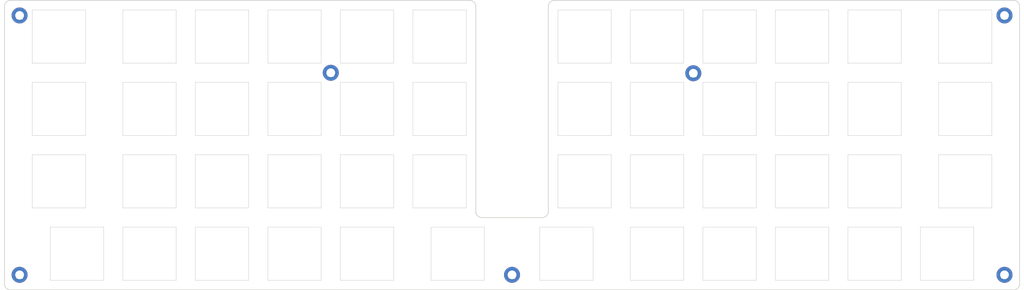
<source format=kicad_pcb>
(kicad_pcb (version 20171130) (host pcbnew "(5.1.4-0-10_14)")

  (general
    (thickness 1.6)
    (drawings 16)
    (tracks 0)
    (zones 0)
    (modules 55)
    (nets 1)
  )

  (page A4)
  (title_block
    (title "Corne Light")
    (date 2018-12-26)
    (rev 2.1)
    (company foostan)
  )

  (layers
    (0 F.Cu signal)
    (31 B.Cu signal)
    (32 B.Adhes user)
    (33 F.Adhes user)
    (34 B.Paste user)
    (35 F.Paste user)
    (36 B.SilkS user)
    (37 F.SilkS user)
    (38 B.Mask user)
    (39 F.Mask user)
    (40 Dwgs.User user)
    (41 Cmts.User user)
    (42 Eco1.User user)
    (43 Eco2.User user)
    (44 Edge.Cuts user)
    (45 Margin user)
    (46 B.CrtYd user)
    (47 F.CrtYd user)
    (48 B.Fab user)
    (49 F.Fab user)
  )

  (setup
    (last_trace_width 0.254)
    (user_trace_width 0.2032)
    (user_trace_width 0.254)
    (user_trace_width 0.5)
    (user_trace_width 0.508)
    (trace_clearance 0.2)
    (zone_clearance 0.508)
    (zone_45_only no)
    (trace_min 0.2)
    (via_size 0.6)
    (via_drill 0.4)
    (via_min_size 0.4)
    (via_min_drill 0.3)
    (uvia_size 0.3)
    (uvia_drill 0.1)
    (uvias_allowed no)
    (uvia_min_size 0.2)
    (uvia_min_drill 0.1)
    (edge_width 0.2)
    (segment_width 0.15)
    (pcb_text_width 0.3)
    (pcb_text_size 1.5 1.5)
    (mod_edge_width 0.15)
    (mod_text_size 1 1)
    (mod_text_width 0.15)
    (pad_size 0.8128 0.8128)
    (pad_drill 0.8128)
    (pad_to_mask_clearance 0.2)
    (aux_axis_origin 74.8395 91.6855)
    (grid_origin 22.1875 45.92)
    (visible_elements FFFFEF7F)
    (pcbplotparams
      (layerselection 0x010f0_ffffffff)
      (usegerberextensions true)
      (usegerberattributes false)
      (usegerberadvancedattributes false)
      (creategerberjobfile false)
      (excludeedgelayer true)
      (linewidth 0.100000)
      (plotframeref false)
      (viasonmask false)
      (mode 1)
      (useauxorigin false)
      (hpglpennumber 1)
      (hpglpenspeed 20)
      (hpglpendiameter 15.000000)
      (psnegative false)
      (psa4output false)
      (plotreference true)
      (plotvalue true)
      (plotinvisibletext false)
      (padsonsilk false)
      (subtractmaskfromsilk false)
      (outputformat 1)
      (mirror false)
      (drillshape 0)
      (scaleselection 1)
      (outputdirectory "./garber"))
  )

  (net 0 "")

  (net_class Default "これは標準のネット クラスです。"
    (clearance 0.2)
    (trace_width 0.254)
    (via_dia 0.6)
    (via_drill 0.4)
    (uvia_dia 0.3)
    (uvia_drill 0.1)
  )

  (net_class Power ""
    (clearance 0.2)
    (trace_width 0.381)
    (via_dia 0.6)
    (via_drill 0.4)
    (uvia_dia 0.3)
    (uvia_drill 0.1)
  )

  (module kbd:M2_Hole_TH (layer F.Cu) (tedit 5F7666C1) (tstamp 5F8F2D48)
    (at 265.86875 108.62625)
    (path /5F9F7E85)
    (fp_text reference H7 (at 0 0.5) (layer F.SilkS)
      (effects (font (size 1 1) (thickness 0.15)))
    )
    (fp_text value MountingHole (at 0 -0.5) (layer F.Fab)
      (effects (font (size 1 1) (thickness 0.15)))
    )
    (pad "" thru_hole circle (at 0 0) (size 4.2 4.2) (drill 2.3) (layers *.Cu *.Mask))
  )

  (module kbd:M2_Hole_TH (layer F.Cu) (tedit 5F7666C1) (tstamp 5F8F03D4)
    (at 136.4875 108.62625)
    (path /5F9F7A94)
    (fp_text reference H6 (at 0 0.5) (layer F.SilkS)
      (effects (font (size 1 1) (thickness 0.15)))
    )
    (fp_text value MountingHole (at 0 -0.5) (layer F.Fab)
      (effects (font (size 1 1) (thickness 0.15)))
    )
    (pad "" thru_hole circle (at 0 0) (size 4.2 4.2) (drill 2.3) (layers *.Cu *.Mask))
  )

  (module kbd:M2_Hole_TH (layer F.Cu) (tedit 5F7666C1) (tstamp 5F8F2D83)
    (at 7.10625 108.62625)
    (path /5F9F7780)
    (fp_text reference H5 (at 0 0.5) (layer F.SilkS)
      (effects (font (size 1 1) (thickness 0.15)))
    )
    (fp_text value MountingHole (at 0 -0.5) (layer F.Fab)
      (effects (font (size 1 1) (thickness 0.15)))
    )
    (pad "" thru_hole circle (at 0 0) (size 4.2 4.2) (drill 2.3) (layers *.Cu *.Mask))
  )

  (module kbd:M2_Hole_TH (layer F.Cu) (tedit 5F7666C1) (tstamp 5F8F03CA)
    (at 265.86875 40.36375)
    (path /5F9F748E)
    (fp_text reference H4 (at 0 0.5) (layer F.SilkS)
      (effects (font (size 1 1) (thickness 0.15)))
    )
    (fp_text value MountingHole (at 0 -0.5) (layer F.Fab)
      (effects (font (size 1 1) (thickness 0.15)))
    )
    (pad "" thru_hole circle (at 0 0) (size 4.2 4.2) (drill 2.3) (layers *.Cu *.Mask))
  )

  (module kbd:M2_Hole_TH (layer F.Cu) (tedit 5F7666C1) (tstamp 5F8F03C5)
    (at 184.1125 55.572)
    (path /5F9F6FAF)
    (fp_text reference H3 (at 0 0.5) (layer F.SilkS)
      (effects (font (size 1 1) (thickness 0.15)))
    )
    (fp_text value MountingHole (at 0 -0.5) (layer F.Fab)
      (effects (font (size 1 1) (thickness 0.15)))
    )
    (pad "" thru_hole circle (at 0 0) (size 4.2 4.2) (drill 2.3) (layers *.Cu *.Mask))
  )

  (module kbd:M2_Hole_TH (layer F.Cu) (tedit 5F7666C1) (tstamp 5F8F03C0)
    (at 88.8625 55.445)
    (path /5F9F666E)
    (fp_text reference H2 (at 0 0.5) (layer F.SilkS)
      (effects (font (size 1 1) (thickness 0.15)))
    )
    (fp_text value MountingHole (at 0 -0.5) (layer F.Fab)
      (effects (font (size 1 1) (thickness 0.15)))
    )
    (pad "" thru_hole circle (at 0 0) (size 4.2 4.2) (drill 2.3) (layers *.Cu *.Mask))
  )

  (module kbd:M2_Hole_TH (layer F.Cu) (tedit 5F7666C1) (tstamp 5F8F03BB)
    (at 7.10625 40.36375)
    (path /5F9F625E)
    (fp_text reference H1 (at 0 0.5) (layer F.SilkS)
      (effects (font (size 1 1) (thickness 0.15)))
    )
    (fp_text value MountingHole (at 0 -0.5) (layer F.Fab)
      (effects (font (size 1 1) (thickness 0.15)))
    )
    (pad "" thru_hole circle (at 0 0) (size 4.2 4.2) (drill 2.3) (layers *.Cu *.Mask))
  )

  (module kbd:SW_Hole (layer F.Cu) (tedit 5F1B7F65) (tstamp 5DC796E7)
    (at 250.7875 103.07)
    (path /5C25F941)
    (fp_text reference SW48 (at 7 8.1) (layer F.SilkS) hide
      (effects (font (size 1 1) (thickness 0.15)))
    )
    (fp_text value SW_PUSH (at -7.4 -8.1) (layer F.Fab) hide
      (effects (font (size 1 1) (thickness 0.15)))
    )
    (fp_line (start 7 -7) (end -7 -7) (layer Edge.Cuts) (width 0.12))
    (fp_line (start 7 7) (end 7 -7) (layer Edge.Cuts) (width 0.12))
    (fp_line (start -7 7) (end 7 7) (layer Edge.Cuts) (width 0.12))
    (fp_line (start -7 -7) (end -7 7) (layer Edge.Cuts) (width 0.12))
    (fp_line (start 9.525 -9.525) (end -9.525 -9.525) (layer F.Fab) (width 0.15))
    (fp_line (start -9.525 -9.525) (end -9.525 9.525) (layer F.Fab) (width 0.15))
    (fp_line (start -9.525 9.525) (end 9.525 9.525) (layer F.Fab) (width 0.15))
    (fp_line (start 9.525 9.525) (end 9.525 -9.525) (layer F.Fab) (width 0.15))
  )

  (module kbd:SW_Hole (layer F.Cu) (tedit 5F1B7F65) (tstamp 5C280558)
    (at 231.7375 103.07)
    (path /5C25F935)
    (fp_text reference SW47 (at 7 8.1) (layer F.SilkS) hide
      (effects (font (size 1 1) (thickness 0.15)))
    )
    (fp_text value SW_PUSH (at -7.4 -8.1) (layer F.Fab) hide
      (effects (font (size 1 1) (thickness 0.15)))
    )
    (fp_line (start 7 -7) (end -7 -7) (layer Edge.Cuts) (width 0.12))
    (fp_line (start 7 7) (end 7 -7) (layer Edge.Cuts) (width 0.12))
    (fp_line (start -7 7) (end 7 7) (layer Edge.Cuts) (width 0.12))
    (fp_line (start -7 -7) (end -7 7) (layer Edge.Cuts) (width 0.12))
    (fp_line (start 9.525 -9.525) (end -9.525 -9.525) (layer F.Fab) (width 0.15))
    (fp_line (start -9.525 -9.525) (end -9.525 9.525) (layer F.Fab) (width 0.15))
    (fp_line (start -9.525 9.525) (end 9.525 9.525) (layer F.Fab) (width 0.15))
    (fp_line (start 9.525 9.525) (end 9.525 -9.525) (layer F.Fab) (width 0.15))
  )

  (module kbd:SW_Hole (layer F.Cu) (tedit 5F1B7F65) (tstamp 5C280542)
    (at 212.6875 103.07)
    (path /5C25F94D)
    (fp_text reference SW46 (at 7 8.1) (layer F.SilkS) hide
      (effects (font (size 1 1) (thickness 0.15)))
    )
    (fp_text value SW_PUSH (at -7.4 -8.1) (layer F.Fab) hide
      (effects (font (size 1 1) (thickness 0.15)))
    )
    (fp_line (start 7 -7) (end -7 -7) (layer Edge.Cuts) (width 0.12))
    (fp_line (start 7 7) (end 7 -7) (layer Edge.Cuts) (width 0.12))
    (fp_line (start -7 7) (end 7 7) (layer Edge.Cuts) (width 0.12))
    (fp_line (start -7 -7) (end -7 7) (layer Edge.Cuts) (width 0.12))
    (fp_line (start 9.525 -9.525) (end -9.525 -9.525) (layer F.Fab) (width 0.15))
    (fp_line (start -9.525 -9.525) (end -9.525 9.525) (layer F.Fab) (width 0.15))
    (fp_line (start -9.525 9.525) (end 9.525 9.525) (layer F.Fab) (width 0.15))
    (fp_line (start 9.525 9.525) (end 9.525 -9.525) (layer F.Fab) (width 0.15))
  )

  (module kbd:SW_Hole (layer F.Cu) (tedit 5F1B7F65) (tstamp 5F8CE1D9)
    (at 193.6375 103.07)
    (path /5F8CEAB4)
    (fp_text reference SW45 (at 7 8.1) (layer F.SilkS) hide
      (effects (font (size 1 1) (thickness 0.15)))
    )
    (fp_text value SW_PUSH (at -7.4 -8.1) (layer F.Fab) hide
      (effects (font (size 1 1) (thickness 0.15)))
    )
    (fp_line (start 7 -7) (end -7 -7) (layer Edge.Cuts) (width 0.12))
    (fp_line (start 7 7) (end 7 -7) (layer Edge.Cuts) (width 0.12))
    (fp_line (start -7 7) (end 7 7) (layer Edge.Cuts) (width 0.12))
    (fp_line (start -7 -7) (end -7 7) (layer Edge.Cuts) (width 0.12))
    (fp_line (start 9.525 -9.525) (end -9.525 -9.525) (layer F.Fab) (width 0.15))
    (fp_line (start -9.525 -9.525) (end -9.525 9.525) (layer F.Fab) (width 0.15))
    (fp_line (start -9.525 9.525) (end 9.525 9.525) (layer F.Fab) (width 0.15))
    (fp_line (start 9.525 9.525) (end 9.525 -9.525) (layer F.Fab) (width 0.15))
  )

  (module kbd:SW_Hole (layer F.Cu) (tedit 5F1B7F65) (tstamp 5F8CE16C)
    (at 174.5875 103.07)
    (path /5F8CF160)
    (fp_text reference SW44 (at 7 8.1) (layer F.SilkS) hide
      (effects (font (size 1 1) (thickness 0.15)))
    )
    (fp_text value SW_PUSH (at -7.4 -8.1) (layer F.Fab) hide
      (effects (font (size 1 1) (thickness 0.15)))
    )
    (fp_line (start 7 -7) (end -7 -7) (layer Edge.Cuts) (width 0.12))
    (fp_line (start 7 7) (end 7 -7) (layer Edge.Cuts) (width 0.12))
    (fp_line (start -7 7) (end 7 7) (layer Edge.Cuts) (width 0.12))
    (fp_line (start -7 -7) (end -7 7) (layer Edge.Cuts) (width 0.12))
    (fp_line (start 9.525 -9.525) (end -9.525 -9.525) (layer F.Fab) (width 0.15))
    (fp_line (start -9.525 -9.525) (end -9.525 9.525) (layer F.Fab) (width 0.15))
    (fp_line (start -9.525 9.525) (end 9.525 9.525) (layer F.Fab) (width 0.15))
    (fp_line (start 9.525 9.525) (end 9.525 -9.525) (layer F.Fab) (width 0.15))
  )

  (module kbd:SW_Hole (layer F.Cu) (tedit 5F1B7F65) (tstamp 5F8CE0FF)
    (at 150.775 103.07)
    (path /5F8CF55A)
    (fp_text reference SW43 (at 7 8.1) (layer F.SilkS) hide
      (effects (font (size 1 1) (thickness 0.15)))
    )
    (fp_text value SW_PUSH (at -7.4 -8.1) (layer F.Fab) hide
      (effects (font (size 1 1) (thickness 0.15)))
    )
    (fp_line (start 7 -7) (end -7 -7) (layer Edge.Cuts) (width 0.12))
    (fp_line (start 7 7) (end 7 -7) (layer Edge.Cuts) (width 0.12))
    (fp_line (start -7 7) (end 7 7) (layer Edge.Cuts) (width 0.12))
    (fp_line (start -7 -7) (end -7 7) (layer Edge.Cuts) (width 0.12))
    (fp_line (start 9.525 -9.525) (end -9.525 -9.525) (layer F.Fab) (width 0.15))
    (fp_line (start -9.525 -9.525) (end -9.525 9.525) (layer F.Fab) (width 0.15))
    (fp_line (start -9.525 9.525) (end 9.525 9.525) (layer F.Fab) (width 0.15))
    (fp_line (start 9.525 9.525) (end 9.525 -9.525) (layer F.Fab) (width 0.15))
  )

  (module kbd:SW_Hole (layer F.Cu) (tedit 5F1B7F65) (tstamp 5DC6ACFA)
    (at 122.2 103.07)
    (path /5A5E37B0)
    (fp_text reference SW42 (at 7 8.1) (layer F.SilkS) hide
      (effects (font (size 1 1) (thickness 0.15)))
    )
    (fp_text value SW_PUSH (at -7.4 -8.1) (layer F.Fab) hide
      (effects (font (size 1 1) (thickness 0.15)))
    )
    (fp_line (start 7 -7) (end -7 -7) (layer Edge.Cuts) (width 0.12))
    (fp_line (start 7 7) (end 7 -7) (layer Edge.Cuts) (width 0.12))
    (fp_line (start -7 7) (end 7 7) (layer Edge.Cuts) (width 0.12))
    (fp_line (start -7 -7) (end -7 7) (layer Edge.Cuts) (width 0.12))
    (fp_line (start 9.525 -9.525) (end -9.525 -9.525) (layer F.Fab) (width 0.15))
    (fp_line (start -9.525 -9.525) (end -9.525 9.525) (layer F.Fab) (width 0.15))
    (fp_line (start -9.525 9.525) (end 9.525 9.525) (layer F.Fab) (width 0.15))
    (fp_line (start 9.525 9.525) (end 9.525 -9.525) (layer F.Fab) (width 0.15))
  )

  (module kbd:SW_Hole (layer F.Cu) (tedit 5F1B7F65) (tstamp 5DC6B0B1)
    (at 98.3875 103.07)
    (path /5A5E37A4)
    (fp_text reference SW41 (at 7 8.1) (layer F.SilkS) hide
      (effects (font (size 1 1) (thickness 0.15)))
    )
    (fp_text value SW_PUSH (at -7.4 -8.1) (layer F.Fab) hide
      (effects (font (size 1 1) (thickness 0.15)))
    )
    (fp_line (start 7 -7) (end -7 -7) (layer Edge.Cuts) (width 0.12))
    (fp_line (start 7 7) (end 7 -7) (layer Edge.Cuts) (width 0.12))
    (fp_line (start -7 7) (end 7 7) (layer Edge.Cuts) (width 0.12))
    (fp_line (start -7 -7) (end -7 7) (layer Edge.Cuts) (width 0.12))
    (fp_line (start 9.525 -9.525) (end -9.525 -9.525) (layer F.Fab) (width 0.15))
    (fp_line (start -9.525 -9.525) (end -9.525 9.525) (layer F.Fab) (width 0.15))
    (fp_line (start -9.525 9.525) (end 9.525 9.525) (layer F.Fab) (width 0.15))
    (fp_line (start 9.525 9.525) (end 9.525 -9.525) (layer F.Fab) (width 0.15))
  )

  (module kbd:SW_Hole (layer F.Cu) (tedit 5F1B7F65) (tstamp 5DC6B0F3)
    (at 79.3375 103.07)
    (path /5A5E37EC)
    (fp_text reference SW40 (at 7 8.1) (layer F.SilkS) hide
      (effects (font (size 1 1) (thickness 0.15)))
    )
    (fp_text value SW_PUSH (at -7.4 -8.1) (layer F.Fab) hide
      (effects (font (size 1 1) (thickness 0.15)))
    )
    (fp_line (start 7 -7) (end -7 -7) (layer Edge.Cuts) (width 0.12))
    (fp_line (start 7 7) (end 7 -7) (layer Edge.Cuts) (width 0.12))
    (fp_line (start -7 7) (end 7 7) (layer Edge.Cuts) (width 0.12))
    (fp_line (start -7 -7) (end -7 7) (layer Edge.Cuts) (width 0.12))
    (fp_line (start 9.525 -9.525) (end -9.525 -9.525) (layer F.Fab) (width 0.15))
    (fp_line (start -9.525 -9.525) (end -9.525 9.525) (layer F.Fab) (width 0.15))
    (fp_line (start -9.525 9.525) (end 9.525 9.525) (layer F.Fab) (width 0.15))
    (fp_line (start 9.525 9.525) (end 9.525 -9.525) (layer F.Fab) (width 0.15))
  )

  (module kbd:SW_Hole (layer F.Cu) (tedit 5F1B7F65) (tstamp 5F8CE053)
    (at 60.2875 103.07)
    (path /5F8CCBA3)
    (fp_text reference SW39 (at 7 8.1) (layer F.SilkS) hide
      (effects (font (size 1 1) (thickness 0.15)))
    )
    (fp_text value SW_PUSH (at -7.4 -8.1) (layer F.Fab) hide
      (effects (font (size 1 1) (thickness 0.15)))
    )
    (fp_line (start 7 -7) (end -7 -7) (layer Edge.Cuts) (width 0.12))
    (fp_line (start 7 7) (end 7 -7) (layer Edge.Cuts) (width 0.12))
    (fp_line (start -7 7) (end 7 7) (layer Edge.Cuts) (width 0.12))
    (fp_line (start -7 -7) (end -7 7) (layer Edge.Cuts) (width 0.12))
    (fp_line (start 9.525 -9.525) (end -9.525 -9.525) (layer F.Fab) (width 0.15))
    (fp_line (start -9.525 -9.525) (end -9.525 9.525) (layer F.Fab) (width 0.15))
    (fp_line (start -9.525 9.525) (end 9.525 9.525) (layer F.Fab) (width 0.15))
    (fp_line (start 9.525 9.525) (end 9.525 -9.525) (layer F.Fab) (width 0.15))
  )

  (module kbd:SW_Hole (layer F.Cu) (tedit 5F1B7F65) (tstamp 5F8CDFE6)
    (at 41.2375 103.07)
    (path /5F8CD62C)
    (fp_text reference SW38 (at 7 8.1) (layer F.SilkS) hide
      (effects (font (size 1 1) (thickness 0.15)))
    )
    (fp_text value SW_PUSH (at -7.4 -8.1) (layer F.Fab) hide
      (effects (font (size 1 1) (thickness 0.15)))
    )
    (fp_line (start 7 -7) (end -7 -7) (layer Edge.Cuts) (width 0.12))
    (fp_line (start 7 7) (end 7 -7) (layer Edge.Cuts) (width 0.12))
    (fp_line (start -7 7) (end 7 7) (layer Edge.Cuts) (width 0.12))
    (fp_line (start -7 -7) (end -7 7) (layer Edge.Cuts) (width 0.12))
    (fp_line (start 9.525 -9.525) (end -9.525 -9.525) (layer F.Fab) (width 0.15))
    (fp_line (start -9.525 -9.525) (end -9.525 9.525) (layer F.Fab) (width 0.15))
    (fp_line (start -9.525 9.525) (end 9.525 9.525) (layer F.Fab) (width 0.15))
    (fp_line (start 9.525 9.525) (end 9.525 -9.525) (layer F.Fab) (width 0.15))
  )

  (module kbd:SW_Hole (layer F.Cu) (tedit 5F1B7F65) (tstamp 5F8CDF79)
    (at 22.1875 103.07)
    (path /5F8CDD90)
    (fp_text reference SW37 (at 7 8.1) (layer F.SilkS) hide
      (effects (font (size 1 1) (thickness 0.15)))
    )
    (fp_text value SW_PUSH (at -7.4 -8.1) (layer F.Fab) hide
      (effects (font (size 1 1) (thickness 0.15)))
    )
    (fp_line (start 7 -7) (end -7 -7) (layer Edge.Cuts) (width 0.12))
    (fp_line (start 7 7) (end 7 -7) (layer Edge.Cuts) (width 0.12))
    (fp_line (start -7 7) (end 7 7) (layer Edge.Cuts) (width 0.12))
    (fp_line (start -7 -7) (end -7 7) (layer Edge.Cuts) (width 0.12))
    (fp_line (start 9.525 -9.525) (end -9.525 -9.525) (layer F.Fab) (width 0.15))
    (fp_line (start -9.525 -9.525) (end -9.525 9.525) (layer F.Fab) (width 0.15))
    (fp_line (start -9.525 9.525) (end 9.525 9.525) (layer F.Fab) (width 0.15))
    (fp_line (start 9.525 9.525) (end 9.525 -9.525) (layer F.Fab) (width 0.15))
  )

  (module kbd:SW_Hole (layer F.Cu) (tedit 5F1B7F65) (tstamp 5C28061F)
    (at 255.55 84.02)
    (path /5C25F911)
    (fp_text reference SW36 (at 7 8.1) (layer F.SilkS) hide
      (effects (font (size 1 1) (thickness 0.15)))
    )
    (fp_text value SW_PUSH (at -7.4 -8.1) (layer F.Fab) hide
      (effects (font (size 1 1) (thickness 0.15)))
    )
    (fp_line (start 7 -7) (end -7 -7) (layer Edge.Cuts) (width 0.12))
    (fp_line (start 7 7) (end 7 -7) (layer Edge.Cuts) (width 0.12))
    (fp_line (start -7 7) (end 7 7) (layer Edge.Cuts) (width 0.12))
    (fp_line (start -7 -7) (end -7 7) (layer Edge.Cuts) (width 0.12))
    (fp_line (start 9.525 -9.525) (end -9.525 -9.525) (layer F.Fab) (width 0.15))
    (fp_line (start -9.525 -9.525) (end -9.525 9.525) (layer F.Fab) (width 0.15))
    (fp_line (start -9.525 9.525) (end 9.525 9.525) (layer F.Fab) (width 0.15))
    (fp_line (start 9.525 9.525) (end 9.525 -9.525) (layer F.Fab) (width 0.15))
  )

  (module kbd:SW_Hole (layer F.Cu) (tedit 5F1B7F65) (tstamp 5C28052C)
    (at 231.7375 84.02)
    (path /5C25F90B)
    (fp_text reference SW35 (at 7 8.1) (layer F.SilkS) hide
      (effects (font (size 1 1) (thickness 0.15)))
    )
    (fp_text value SW_PUSH (at -7.4 -8.1) (layer F.Fab) hide
      (effects (font (size 1 1) (thickness 0.15)))
    )
    (fp_line (start 7 -7) (end -7 -7) (layer Edge.Cuts) (width 0.12))
    (fp_line (start 7 7) (end 7 -7) (layer Edge.Cuts) (width 0.12))
    (fp_line (start -7 7) (end 7 7) (layer Edge.Cuts) (width 0.12))
    (fp_line (start -7 -7) (end -7 7) (layer Edge.Cuts) (width 0.12))
    (fp_line (start 9.525 -9.525) (end -9.525 -9.525) (layer F.Fab) (width 0.15))
    (fp_line (start -9.525 -9.525) (end -9.525 9.525) (layer F.Fab) (width 0.15))
    (fp_line (start -9.525 9.525) (end 9.525 9.525) (layer F.Fab) (width 0.15))
    (fp_line (start 9.525 9.525) (end 9.525 -9.525) (layer F.Fab) (width 0.15))
  )

  (module kbd:SW_Hole (layer F.Cu) (tedit 5F1B7F65) (tstamp 5C280516)
    (at 212.6875 84.02)
    (path /5C25F905)
    (fp_text reference SW34 (at 7 8.1) (layer F.SilkS) hide
      (effects (font (size 1 1) (thickness 0.15)))
    )
    (fp_text value SW_PUSH (at -7.4 -8.1) (layer F.Fab) hide
      (effects (font (size 1 1) (thickness 0.15)))
    )
    (fp_line (start 7 -7) (end -7 -7) (layer Edge.Cuts) (width 0.12))
    (fp_line (start 7 7) (end 7 -7) (layer Edge.Cuts) (width 0.12))
    (fp_line (start -7 7) (end 7 7) (layer Edge.Cuts) (width 0.12))
    (fp_line (start -7 -7) (end -7 7) (layer Edge.Cuts) (width 0.12))
    (fp_line (start 9.525 -9.525) (end -9.525 -9.525) (layer F.Fab) (width 0.15))
    (fp_line (start -9.525 -9.525) (end -9.525 9.525) (layer F.Fab) (width 0.15))
    (fp_line (start -9.525 9.525) (end 9.525 9.525) (layer F.Fab) (width 0.15))
    (fp_line (start 9.525 9.525) (end 9.525 -9.525) (layer F.Fab) (width 0.15))
  )

  (module kbd:SW_Hole (layer F.Cu) (tedit 5F1B7F65) (tstamp 5C280500)
    (at 193.6375 84.02)
    (path /5C25F8F9)
    (fp_text reference SW33 (at 7 8.1) (layer F.SilkS) hide
      (effects (font (size 1 1) (thickness 0.15)))
    )
    (fp_text value SW_PUSH (at -7.4 -8.1) (layer F.Fab) hide
      (effects (font (size 1 1) (thickness 0.15)))
    )
    (fp_line (start 7 -7) (end -7 -7) (layer Edge.Cuts) (width 0.12))
    (fp_line (start 7 7) (end 7 -7) (layer Edge.Cuts) (width 0.12))
    (fp_line (start -7 7) (end 7 7) (layer Edge.Cuts) (width 0.12))
    (fp_line (start -7 -7) (end -7 7) (layer Edge.Cuts) (width 0.12))
    (fp_line (start 9.525 -9.525) (end -9.525 -9.525) (layer F.Fab) (width 0.15))
    (fp_line (start -9.525 -9.525) (end -9.525 9.525) (layer F.Fab) (width 0.15))
    (fp_line (start -9.525 9.525) (end 9.525 9.525) (layer F.Fab) (width 0.15))
    (fp_line (start 9.525 9.525) (end 9.525 -9.525) (layer F.Fab) (width 0.15))
  )

  (module kbd:SW_Hole (layer F.Cu) (tedit 5F1B7F65) (tstamp 5C2804EA)
    (at 174.5875 84.02)
    (path /5C25F8ED)
    (fp_text reference SW32 (at 7 8.1) (layer F.SilkS) hide
      (effects (font (size 1 1) (thickness 0.15)))
    )
    (fp_text value SW_PUSH (at -7.4 -8.1) (layer F.Fab) hide
      (effects (font (size 1 1) (thickness 0.15)))
    )
    (fp_line (start 7 -7) (end -7 -7) (layer Edge.Cuts) (width 0.12))
    (fp_line (start 7 7) (end 7 -7) (layer Edge.Cuts) (width 0.12))
    (fp_line (start -7 7) (end 7 7) (layer Edge.Cuts) (width 0.12))
    (fp_line (start -7 -7) (end -7 7) (layer Edge.Cuts) (width 0.12))
    (fp_line (start 9.525 -9.525) (end -9.525 -9.525) (layer F.Fab) (width 0.15))
    (fp_line (start -9.525 -9.525) (end -9.525 9.525) (layer F.Fab) (width 0.15))
    (fp_line (start -9.525 9.525) (end 9.525 9.525) (layer F.Fab) (width 0.15))
    (fp_line (start 9.525 9.525) (end 9.525 -9.525) (layer F.Fab) (width 0.15))
  )

  (module kbd:SW_Hole (layer F.Cu) (tedit 5F1B7F65) (tstamp 5C2804D4)
    (at 155.5375 84.02)
    (path /5C25F929)
    (fp_text reference SW31 (at 7 8.1) (layer F.SilkS) hide
      (effects (font (size 1 1) (thickness 0.15)))
    )
    (fp_text value SW_PUSH (at -7.4 -8.1) (layer F.Fab) hide
      (effects (font (size 1 1) (thickness 0.15)))
    )
    (fp_line (start 7 -7) (end -7 -7) (layer Edge.Cuts) (width 0.12))
    (fp_line (start 7 7) (end 7 -7) (layer Edge.Cuts) (width 0.12))
    (fp_line (start -7 7) (end 7 7) (layer Edge.Cuts) (width 0.12))
    (fp_line (start -7 -7) (end -7 7) (layer Edge.Cuts) (width 0.12))
    (fp_line (start 9.525 -9.525) (end -9.525 -9.525) (layer F.Fab) (width 0.15))
    (fp_line (start -9.525 -9.525) (end -9.525 9.525) (layer F.Fab) (width 0.15))
    (fp_line (start -9.525 9.525) (end 9.525 9.525) (layer F.Fab) (width 0.15))
    (fp_line (start 9.525 9.525) (end 9.525 -9.525) (layer F.Fab) (width 0.15))
  )

  (module kbd:SW_Hole (layer F.Cu) (tedit 5F1B7F65) (tstamp 5DC6ACB8)
    (at 117.4375 84.02)
    (path /5A5E35D5)
    (fp_text reference SW30 (at 7 8.1) (layer F.SilkS) hide
      (effects (font (size 1 1) (thickness 0.15)))
    )
    (fp_text value SW_PUSH (at -7.4 -8.1) (layer F.Fab) hide
      (effects (font (size 1 1) (thickness 0.15)))
    )
    (fp_line (start 7 -7) (end -7 -7) (layer Edge.Cuts) (width 0.12))
    (fp_line (start 7 7) (end 7 -7) (layer Edge.Cuts) (width 0.12))
    (fp_line (start -7 7) (end 7 7) (layer Edge.Cuts) (width 0.12))
    (fp_line (start -7 -7) (end -7 7) (layer Edge.Cuts) (width 0.12))
    (fp_line (start 9.525 -9.525) (end -9.525 -9.525) (layer F.Fab) (width 0.15))
    (fp_line (start -9.525 -9.525) (end -9.525 9.525) (layer F.Fab) (width 0.15))
    (fp_line (start -9.525 9.525) (end 9.525 9.525) (layer F.Fab) (width 0.15))
    (fp_line (start 9.525 9.525) (end 9.525 -9.525) (layer F.Fab) (width 0.15))
  )

  (module kbd:SW_Hole (layer F.Cu) (tedit 5F1B7F65) (tstamp 5DC6B135)
    (at 98.3875 84.02)
    (path /5A5E35CF)
    (fp_text reference SW29 (at 7 8.1) (layer F.SilkS) hide
      (effects (font (size 1 1) (thickness 0.15)))
    )
    (fp_text value SW_PUSH (at -7.4 -8.1) (layer F.Fab) hide
      (effects (font (size 1 1) (thickness 0.15)))
    )
    (fp_line (start 7 -7) (end -7 -7) (layer Edge.Cuts) (width 0.12))
    (fp_line (start 7 7) (end 7 -7) (layer Edge.Cuts) (width 0.12))
    (fp_line (start -7 7) (end 7 7) (layer Edge.Cuts) (width 0.12))
    (fp_line (start -7 -7) (end -7 7) (layer Edge.Cuts) (width 0.12))
    (fp_line (start 9.525 -9.525) (end -9.525 -9.525) (layer F.Fab) (width 0.15))
    (fp_line (start -9.525 -9.525) (end -9.525 9.525) (layer F.Fab) (width 0.15))
    (fp_line (start -9.525 9.525) (end 9.525 9.525) (layer F.Fab) (width 0.15))
    (fp_line (start 9.525 9.525) (end 9.525 -9.525) (layer F.Fab) (width 0.15))
  )

  (module kbd:SW_Hole (layer F.Cu) (tedit 5F1B7F65) (tstamp 5DC6B177)
    (at 79.3375 84.02)
    (path /5A5E35C9)
    (fp_text reference SW28 (at 7 8.1) (layer F.SilkS) hide
      (effects (font (size 1 1) (thickness 0.15)))
    )
    (fp_text value SW_PUSH (at -7.4 -8.1) (layer F.Fab) hide
      (effects (font (size 1 1) (thickness 0.15)))
    )
    (fp_line (start 7 -7) (end -7 -7) (layer Edge.Cuts) (width 0.12))
    (fp_line (start 7 7) (end 7 -7) (layer Edge.Cuts) (width 0.12))
    (fp_line (start -7 7) (end 7 7) (layer Edge.Cuts) (width 0.12))
    (fp_line (start -7 -7) (end -7 7) (layer Edge.Cuts) (width 0.12))
    (fp_line (start 9.525 -9.525) (end -9.525 -9.525) (layer F.Fab) (width 0.15))
    (fp_line (start -9.525 -9.525) (end -9.525 9.525) (layer F.Fab) (width 0.15))
    (fp_line (start -9.525 9.525) (end 9.525 9.525) (layer F.Fab) (width 0.15))
    (fp_line (start 9.525 9.525) (end 9.525 -9.525) (layer F.Fab) (width 0.15))
  )

  (module kbd:SW_Hole (layer F.Cu) (tedit 5F1B7F65) (tstamp 5DC6B1B9)
    (at 60.2875 84.02)
    (path /5A5E35BD)
    (fp_text reference SW27 (at 7 8.1) (layer F.SilkS) hide
      (effects (font (size 1 1) (thickness 0.15)))
    )
    (fp_text value SW_PUSH (at -7.4 -8.1) (layer F.Fab) hide
      (effects (font (size 1 1) (thickness 0.15)))
    )
    (fp_line (start 7 -7) (end -7 -7) (layer Edge.Cuts) (width 0.12))
    (fp_line (start 7 7) (end 7 -7) (layer Edge.Cuts) (width 0.12))
    (fp_line (start -7 7) (end 7 7) (layer Edge.Cuts) (width 0.12))
    (fp_line (start -7 -7) (end -7 7) (layer Edge.Cuts) (width 0.12))
    (fp_line (start 9.525 -9.525) (end -9.525 -9.525) (layer F.Fab) (width 0.15))
    (fp_line (start -9.525 -9.525) (end -9.525 9.525) (layer F.Fab) (width 0.15))
    (fp_line (start -9.525 9.525) (end 9.525 9.525) (layer F.Fab) (width 0.15))
    (fp_line (start 9.525 9.525) (end 9.525 -9.525) (layer F.Fab) (width 0.15))
  )

  (module kbd:SW_Hole (layer F.Cu) (tedit 5F1B7F65) (tstamp 5DC6B1FB)
    (at 41.2375 84.02)
    (path /5A5E35B1)
    (fp_text reference SW26 (at 7 8.1) (layer F.SilkS) hide
      (effects (font (size 1 1) (thickness 0.15)))
    )
    (fp_text value SW_PUSH (at -7.4 -8.1) (layer F.Fab) hide
      (effects (font (size 1 1) (thickness 0.15)))
    )
    (fp_line (start 7 -7) (end -7 -7) (layer Edge.Cuts) (width 0.12))
    (fp_line (start 7 7) (end 7 -7) (layer Edge.Cuts) (width 0.12))
    (fp_line (start -7 7) (end 7 7) (layer Edge.Cuts) (width 0.12))
    (fp_line (start -7 -7) (end -7 7) (layer Edge.Cuts) (width 0.12))
    (fp_line (start 9.525 -9.525) (end -9.525 -9.525) (layer F.Fab) (width 0.15))
    (fp_line (start -9.525 -9.525) (end -9.525 9.525) (layer F.Fab) (width 0.15))
    (fp_line (start -9.525 9.525) (end 9.525 9.525) (layer F.Fab) (width 0.15))
    (fp_line (start 9.525 9.525) (end 9.525 -9.525) (layer F.Fab) (width 0.15))
  )

  (module kbd:SW_Hole (layer F.Cu) (tedit 5F1B7F65) (tstamp 5DC6B06F)
    (at 17.425 84.02)
    (path /5A5E35F9)
    (fp_text reference SW25 (at 7 8.1) (layer F.SilkS) hide
      (effects (font (size 1 1) (thickness 0.15)))
    )
    (fp_text value SW_PUSH (at -7.4 -8.1) (layer F.Fab) hide
      (effects (font (size 1 1) (thickness 0.15)))
    )
    (fp_line (start 7 -7) (end -7 -7) (layer Edge.Cuts) (width 0.12))
    (fp_line (start 7 7) (end 7 -7) (layer Edge.Cuts) (width 0.12))
    (fp_line (start -7 7) (end 7 7) (layer Edge.Cuts) (width 0.12))
    (fp_line (start -7 -7) (end -7 7) (layer Edge.Cuts) (width 0.12))
    (fp_line (start 9.525 -9.525) (end -9.525 -9.525) (layer F.Fab) (width 0.15))
    (fp_line (start -9.525 -9.525) (end -9.525 9.525) (layer F.Fab) (width 0.15))
    (fp_line (start -9.525 9.525) (end 9.525 9.525) (layer F.Fab) (width 0.15))
    (fp_line (start 9.525 9.525) (end 9.525 -9.525) (layer F.Fab) (width 0.15))
  )

  (module kbd:SW_Hole (layer F.Cu) (tedit 5F1B7F65) (tstamp 5C2804BE)
    (at 255.55 64.97)
    (path /5C25F8C9)
    (fp_text reference SW24 (at 7 8.1) (layer F.SilkS) hide
      (effects (font (size 1 1) (thickness 0.15)))
    )
    (fp_text value SW_PUSH (at -7.4 -8.1) (layer F.Fab) hide
      (effects (font (size 1 1) (thickness 0.15)))
    )
    (fp_line (start 7 -7) (end -7 -7) (layer Edge.Cuts) (width 0.12))
    (fp_line (start 7 7) (end 7 -7) (layer Edge.Cuts) (width 0.12))
    (fp_line (start -7 7) (end 7 7) (layer Edge.Cuts) (width 0.12))
    (fp_line (start -7 -7) (end -7 7) (layer Edge.Cuts) (width 0.12))
    (fp_line (start 9.525 -9.525) (end -9.525 -9.525) (layer F.Fab) (width 0.15))
    (fp_line (start -9.525 -9.525) (end -9.525 9.525) (layer F.Fab) (width 0.15))
    (fp_line (start -9.525 9.525) (end 9.525 9.525) (layer F.Fab) (width 0.15))
    (fp_line (start 9.525 9.525) (end 9.525 -9.525) (layer F.Fab) (width 0.15))
  )

  (module kbd:SW_Hole (layer F.Cu) (tedit 5F1B7F65) (tstamp 5C2804A8)
    (at 231.7375 64.97)
    (path /5C25F8C3)
    (fp_text reference SW23 (at 7 8.1) (layer F.SilkS) hide
      (effects (font (size 1 1) (thickness 0.15)))
    )
    (fp_text value SW_PUSH (at -7.4 -8.1) (layer F.Fab) hide
      (effects (font (size 1 1) (thickness 0.15)))
    )
    (fp_line (start 7 -7) (end -7 -7) (layer Edge.Cuts) (width 0.12))
    (fp_line (start 7 7) (end 7 -7) (layer Edge.Cuts) (width 0.12))
    (fp_line (start -7 7) (end 7 7) (layer Edge.Cuts) (width 0.12))
    (fp_line (start -7 -7) (end -7 7) (layer Edge.Cuts) (width 0.12))
    (fp_line (start 9.525 -9.525) (end -9.525 -9.525) (layer F.Fab) (width 0.15))
    (fp_line (start -9.525 -9.525) (end -9.525 9.525) (layer F.Fab) (width 0.15))
    (fp_line (start -9.525 9.525) (end 9.525 9.525) (layer F.Fab) (width 0.15))
    (fp_line (start 9.525 9.525) (end 9.525 -9.525) (layer F.Fab) (width 0.15))
  )

  (module kbd:SW_Hole (layer F.Cu) (tedit 5F1B7F65) (tstamp 5C280492)
    (at 212.6875 64.97)
    (path /5C25F8BD)
    (fp_text reference SW22 (at 7 8.1) (layer F.SilkS) hide
      (effects (font (size 1 1) (thickness 0.15)))
    )
    (fp_text value SW_PUSH (at -7.4 -8.1) (layer F.Fab) hide
      (effects (font (size 1 1) (thickness 0.15)))
    )
    (fp_line (start 7 -7) (end -7 -7) (layer Edge.Cuts) (width 0.12))
    (fp_line (start 7 7) (end 7 -7) (layer Edge.Cuts) (width 0.12))
    (fp_line (start -7 7) (end 7 7) (layer Edge.Cuts) (width 0.12))
    (fp_line (start -7 -7) (end -7 7) (layer Edge.Cuts) (width 0.12))
    (fp_line (start 9.525 -9.525) (end -9.525 -9.525) (layer F.Fab) (width 0.15))
    (fp_line (start -9.525 -9.525) (end -9.525 9.525) (layer F.Fab) (width 0.15))
    (fp_line (start -9.525 9.525) (end 9.525 9.525) (layer F.Fab) (width 0.15))
    (fp_line (start 9.525 9.525) (end 9.525 -9.525) (layer F.Fab) (width 0.15))
  )

  (module kbd:SW_Hole (layer F.Cu) (tedit 5F1B7F65) (tstamp 5C28047C)
    (at 193.6375 64.97)
    (path /5C25F8B1)
    (fp_text reference SW21 (at 7 8.1) (layer F.SilkS) hide
      (effects (font (size 1 1) (thickness 0.15)))
    )
    (fp_text value SW_PUSH (at -7.4 -8.1) (layer F.Fab) hide
      (effects (font (size 1 1) (thickness 0.15)))
    )
    (fp_line (start 7 -7) (end -7 -7) (layer Edge.Cuts) (width 0.12))
    (fp_line (start 7 7) (end 7 -7) (layer Edge.Cuts) (width 0.12))
    (fp_line (start -7 7) (end 7 7) (layer Edge.Cuts) (width 0.12))
    (fp_line (start -7 -7) (end -7 7) (layer Edge.Cuts) (width 0.12))
    (fp_line (start 9.525 -9.525) (end -9.525 -9.525) (layer F.Fab) (width 0.15))
    (fp_line (start -9.525 -9.525) (end -9.525 9.525) (layer F.Fab) (width 0.15))
    (fp_line (start -9.525 9.525) (end 9.525 9.525) (layer F.Fab) (width 0.15))
    (fp_line (start 9.525 9.525) (end 9.525 -9.525) (layer F.Fab) (width 0.15))
  )

  (module kbd:SW_Hole (layer F.Cu) (tedit 5F1B7F65) (tstamp 5C280466)
    (at 174.5875 64.97)
    (path /5C25F8A5)
    (fp_text reference SW20 (at 7 8.1) (layer F.SilkS) hide
      (effects (font (size 1 1) (thickness 0.15)))
    )
    (fp_text value SW_PUSH (at -7.4 -8.1) (layer F.Fab) hide
      (effects (font (size 1 1) (thickness 0.15)))
    )
    (fp_line (start 7 -7) (end -7 -7) (layer Edge.Cuts) (width 0.12))
    (fp_line (start 7 7) (end 7 -7) (layer Edge.Cuts) (width 0.12))
    (fp_line (start -7 7) (end 7 7) (layer Edge.Cuts) (width 0.12))
    (fp_line (start -7 -7) (end -7 7) (layer Edge.Cuts) (width 0.12))
    (fp_line (start 9.525 -9.525) (end -9.525 -9.525) (layer F.Fab) (width 0.15))
    (fp_line (start -9.525 -9.525) (end -9.525 9.525) (layer F.Fab) (width 0.15))
    (fp_line (start -9.525 9.525) (end 9.525 9.525) (layer F.Fab) (width 0.15))
    (fp_line (start 9.525 9.525) (end 9.525 -9.525) (layer F.Fab) (width 0.15))
  )

  (module kbd:SW_Hole (layer F.Cu) (tedit 5F1B7F65) (tstamp 5C280450)
    (at 155.5375 64.97)
    (path /5C25F8E1)
    (fp_text reference SW19 (at 7 8.1) (layer F.SilkS) hide
      (effects (font (size 1 1) (thickness 0.15)))
    )
    (fp_text value SW_PUSH (at -7.4 -8.1) (layer F.Fab) hide
      (effects (font (size 1 1) (thickness 0.15)))
    )
    (fp_line (start 7 -7) (end -7 -7) (layer Edge.Cuts) (width 0.12))
    (fp_line (start 7 7) (end 7 -7) (layer Edge.Cuts) (width 0.12))
    (fp_line (start -7 7) (end 7 7) (layer Edge.Cuts) (width 0.12))
    (fp_line (start -7 -7) (end -7 7) (layer Edge.Cuts) (width 0.12))
    (fp_line (start 9.525 -9.525) (end -9.525 -9.525) (layer F.Fab) (width 0.15))
    (fp_line (start -9.525 -9.525) (end -9.525 9.525) (layer F.Fab) (width 0.15))
    (fp_line (start -9.525 9.525) (end 9.525 9.525) (layer F.Fab) (width 0.15))
    (fp_line (start 9.525 9.525) (end 9.525 -9.525) (layer F.Fab) (width 0.15))
  )

  (module kbd:SW_Hole (layer F.Cu) (tedit 5F1B7F65) (tstamp 5DC6B23D)
    (at 117.4375 64.97)
    (path /5A5E2D4A)
    (fp_text reference SW18 (at 7 8.1) (layer F.SilkS) hide
      (effects (font (size 1 1) (thickness 0.15)))
    )
    (fp_text value SW_PUSH (at -7.4 -8.1) (layer F.Fab) hide
      (effects (font (size 1 1) (thickness 0.15)))
    )
    (fp_line (start 7 -7) (end -7 -7) (layer Edge.Cuts) (width 0.12))
    (fp_line (start 7 7) (end 7 -7) (layer Edge.Cuts) (width 0.12))
    (fp_line (start -7 7) (end 7 7) (layer Edge.Cuts) (width 0.12))
    (fp_line (start -7 -7) (end -7 7) (layer Edge.Cuts) (width 0.12))
    (fp_line (start 9.525 -9.525) (end -9.525 -9.525) (layer F.Fab) (width 0.15))
    (fp_line (start -9.525 -9.525) (end -9.525 9.525) (layer F.Fab) (width 0.15))
    (fp_line (start -9.525 9.525) (end 9.525 9.525) (layer F.Fab) (width 0.15))
    (fp_line (start 9.525 9.525) (end 9.525 -9.525) (layer F.Fab) (width 0.15))
  )

  (module kbd:SW_Hole (layer F.Cu) (tedit 5F1B7F65) (tstamp 5DC6B27F)
    (at 98.3875 64.97)
    (path /5A5E2D44)
    (fp_text reference SW17 (at 7 8.1) (layer F.SilkS) hide
      (effects (font (size 1 1) (thickness 0.15)))
    )
    (fp_text value SW_PUSH (at -7.4 -8.1) (layer F.Fab) hide
      (effects (font (size 1 1) (thickness 0.15)))
    )
    (fp_line (start 7 -7) (end -7 -7) (layer Edge.Cuts) (width 0.12))
    (fp_line (start 7 7) (end 7 -7) (layer Edge.Cuts) (width 0.12))
    (fp_line (start -7 7) (end 7 7) (layer Edge.Cuts) (width 0.12))
    (fp_line (start -7 -7) (end -7 7) (layer Edge.Cuts) (width 0.12))
    (fp_line (start 9.525 -9.525) (end -9.525 -9.525) (layer F.Fab) (width 0.15))
    (fp_line (start -9.525 -9.525) (end -9.525 9.525) (layer F.Fab) (width 0.15))
    (fp_line (start -9.525 9.525) (end 9.525 9.525) (layer F.Fab) (width 0.15))
    (fp_line (start 9.525 9.525) (end 9.525 -9.525) (layer F.Fab) (width 0.15))
  )

  (module kbd:SW_Hole (layer F.Cu) (tedit 5F1B7F65) (tstamp 5DC6B2C1)
    (at 79.3375 64.97)
    (path /5A5E2D3E)
    (fp_text reference SW16 (at 7 8.1) (layer F.SilkS) hide
      (effects (font (size 1 1) (thickness 0.15)))
    )
    (fp_text value SW_PUSH (at -7.4 -8.1) (layer F.Fab) hide
      (effects (font (size 1 1) (thickness 0.15)))
    )
    (fp_line (start 7 -7) (end -7 -7) (layer Edge.Cuts) (width 0.12))
    (fp_line (start 7 7) (end 7 -7) (layer Edge.Cuts) (width 0.12))
    (fp_line (start -7 7) (end 7 7) (layer Edge.Cuts) (width 0.12))
    (fp_line (start -7 -7) (end -7 7) (layer Edge.Cuts) (width 0.12))
    (fp_line (start 9.525 -9.525) (end -9.525 -9.525) (layer F.Fab) (width 0.15))
    (fp_line (start -9.525 -9.525) (end -9.525 9.525) (layer F.Fab) (width 0.15))
    (fp_line (start -9.525 9.525) (end 9.525 9.525) (layer F.Fab) (width 0.15))
    (fp_line (start 9.525 9.525) (end 9.525 -9.525) (layer F.Fab) (width 0.15))
  )

  (module kbd:SW_Hole (layer F.Cu) (tedit 5F1B7F65) (tstamp 5DC6B303)
    (at 60.2875 64.97)
    (path /5A5E2D32)
    (fp_text reference SW15 (at 7 8.1) (layer F.SilkS) hide
      (effects (font (size 1 1) (thickness 0.15)))
    )
    (fp_text value SW_PUSH (at -7.4 -8.1) (layer F.Fab) hide
      (effects (font (size 1 1) (thickness 0.15)))
    )
    (fp_line (start 7 -7) (end -7 -7) (layer Edge.Cuts) (width 0.12))
    (fp_line (start 7 7) (end 7 -7) (layer Edge.Cuts) (width 0.12))
    (fp_line (start -7 7) (end 7 7) (layer Edge.Cuts) (width 0.12))
    (fp_line (start -7 -7) (end -7 7) (layer Edge.Cuts) (width 0.12))
    (fp_line (start 9.525 -9.525) (end -9.525 -9.525) (layer F.Fab) (width 0.15))
    (fp_line (start -9.525 -9.525) (end -9.525 9.525) (layer F.Fab) (width 0.15))
    (fp_line (start -9.525 9.525) (end 9.525 9.525) (layer F.Fab) (width 0.15))
    (fp_line (start 9.525 9.525) (end 9.525 -9.525) (layer F.Fab) (width 0.15))
  )

  (module kbd:SW_Hole (layer F.Cu) (tedit 5F1B7F65) (tstamp 5DC6B345)
    (at 41.2375 64.97)
    (path /5A5E2D26)
    (fp_text reference SW14 (at 7 8.1) (layer F.SilkS) hide
      (effects (font (size 1 1) (thickness 0.15)))
    )
    (fp_text value SW_PUSH (at -7.4 -8.1) (layer F.Fab) hide
      (effects (font (size 1 1) (thickness 0.15)))
    )
    (fp_line (start 7 -7) (end -7 -7) (layer Edge.Cuts) (width 0.12))
    (fp_line (start 7 7) (end 7 -7) (layer Edge.Cuts) (width 0.12))
    (fp_line (start -7 7) (end 7 7) (layer Edge.Cuts) (width 0.12))
    (fp_line (start -7 -7) (end -7 7) (layer Edge.Cuts) (width 0.12))
    (fp_line (start 9.525 -9.525) (end -9.525 -9.525) (layer F.Fab) (width 0.15))
    (fp_line (start -9.525 -9.525) (end -9.525 9.525) (layer F.Fab) (width 0.15))
    (fp_line (start -9.525 9.525) (end 9.525 9.525) (layer F.Fab) (width 0.15))
    (fp_line (start 9.525 9.525) (end 9.525 -9.525) (layer F.Fab) (width 0.15))
  )

  (module kbd:SW_Hole (layer F.Cu) (tedit 5F1B7F65) (tstamp 5DC6B387)
    (at 17.425 64.97)
    (path /5A5E2D6E)
    (fp_text reference SW13 (at 7 8.1) (layer F.SilkS) hide
      (effects (font (size 1 1) (thickness 0.15)))
    )
    (fp_text value SW_PUSH (at -7.4 -8.1) (layer F.Fab) hide
      (effects (font (size 1 1) (thickness 0.15)))
    )
    (fp_line (start 7 -7) (end -7 -7) (layer Edge.Cuts) (width 0.12))
    (fp_line (start 7 7) (end 7 -7) (layer Edge.Cuts) (width 0.12))
    (fp_line (start -7 7) (end 7 7) (layer Edge.Cuts) (width 0.12))
    (fp_line (start -7 -7) (end -7 7) (layer Edge.Cuts) (width 0.12))
    (fp_line (start 9.525 -9.525) (end -9.525 -9.525) (layer F.Fab) (width 0.15))
    (fp_line (start -9.525 -9.525) (end -9.525 9.525) (layer F.Fab) (width 0.15))
    (fp_line (start -9.525 9.525) (end 9.525 9.525) (layer F.Fab) (width 0.15))
    (fp_line (start 9.525 9.525) (end 9.525 -9.525) (layer F.Fab) (width 0.15))
  )

  (module kbd:SW_Hole (layer F.Cu) (tedit 5F1B7F65) (tstamp 5C28043A)
    (at 255.55 45.92)
    (path /5C25F881)
    (fp_text reference SW12 (at 7 8.1) (layer F.SilkS) hide
      (effects (font (size 1 1) (thickness 0.15)))
    )
    (fp_text value SW_PUSH (at -7.4 -8.1) (layer F.Fab) hide
      (effects (font (size 1 1) (thickness 0.15)))
    )
    (fp_line (start 7 -7) (end -7 -7) (layer Edge.Cuts) (width 0.12))
    (fp_line (start 7 7) (end 7 -7) (layer Edge.Cuts) (width 0.12))
    (fp_line (start -7 7) (end 7 7) (layer Edge.Cuts) (width 0.12))
    (fp_line (start -7 -7) (end -7 7) (layer Edge.Cuts) (width 0.12))
    (fp_line (start 9.525 -9.525) (end -9.525 -9.525) (layer F.Fab) (width 0.15))
    (fp_line (start -9.525 -9.525) (end -9.525 9.525) (layer F.Fab) (width 0.15))
    (fp_line (start -9.525 9.525) (end 9.525 9.525) (layer F.Fab) (width 0.15))
    (fp_line (start 9.525 9.525) (end 9.525 -9.525) (layer F.Fab) (width 0.15))
  )

  (module kbd:SW_Hole (layer F.Cu) (tedit 5F1B7F65) (tstamp 5C280424)
    (at 231.7375 45.92)
    (path /5C25F87B)
    (fp_text reference SW11 (at 7 8.1) (layer F.SilkS) hide
      (effects (font (size 1 1) (thickness 0.15)))
    )
    (fp_text value SW_PUSH (at -7.4 -8.1) (layer F.Fab) hide
      (effects (font (size 1 1) (thickness 0.15)))
    )
    (fp_line (start 7 -7) (end -7 -7) (layer Edge.Cuts) (width 0.12))
    (fp_line (start 7 7) (end 7 -7) (layer Edge.Cuts) (width 0.12))
    (fp_line (start -7 7) (end 7 7) (layer Edge.Cuts) (width 0.12))
    (fp_line (start -7 -7) (end -7 7) (layer Edge.Cuts) (width 0.12))
    (fp_line (start 9.525 -9.525) (end -9.525 -9.525) (layer F.Fab) (width 0.15))
    (fp_line (start -9.525 -9.525) (end -9.525 9.525) (layer F.Fab) (width 0.15))
    (fp_line (start -9.525 9.525) (end 9.525 9.525) (layer F.Fab) (width 0.15))
    (fp_line (start 9.525 9.525) (end 9.525 -9.525) (layer F.Fab) (width 0.15))
  )

  (module kbd:SW_Hole (layer F.Cu) (tedit 5F1B7F65) (tstamp 5C28040E)
    (at 212.6875 45.92)
    (path /5C25F875)
    (fp_text reference SW10 (at 7 8.1) (layer F.SilkS) hide
      (effects (font (size 1 1) (thickness 0.15)))
    )
    (fp_text value SW_PUSH (at -7.4 -8.1) (layer F.Fab) hide
      (effects (font (size 1 1) (thickness 0.15)))
    )
    (fp_line (start 7 -7) (end -7 -7) (layer Edge.Cuts) (width 0.12))
    (fp_line (start 7 7) (end 7 -7) (layer Edge.Cuts) (width 0.12))
    (fp_line (start -7 7) (end 7 7) (layer Edge.Cuts) (width 0.12))
    (fp_line (start -7 -7) (end -7 7) (layer Edge.Cuts) (width 0.12))
    (fp_line (start 9.525 -9.525) (end -9.525 -9.525) (layer F.Fab) (width 0.15))
    (fp_line (start -9.525 -9.525) (end -9.525 9.525) (layer F.Fab) (width 0.15))
    (fp_line (start -9.525 9.525) (end 9.525 9.525) (layer F.Fab) (width 0.15))
    (fp_line (start 9.525 9.525) (end 9.525 -9.525) (layer F.Fab) (width 0.15))
  )

  (module kbd:SW_Hole (layer F.Cu) (tedit 5F1B7F65) (tstamp 5C2803F8)
    (at 193.6375 45.92)
    (path /5C25F869)
    (fp_text reference SW9 (at 7 8.1) (layer F.SilkS) hide
      (effects (font (size 1 1) (thickness 0.15)))
    )
    (fp_text value SW_PUSH (at -7.4 -8.1) (layer F.Fab) hide
      (effects (font (size 1 1) (thickness 0.15)))
    )
    (fp_line (start 7 -7) (end -7 -7) (layer Edge.Cuts) (width 0.12))
    (fp_line (start 7 7) (end 7 -7) (layer Edge.Cuts) (width 0.12))
    (fp_line (start -7 7) (end 7 7) (layer Edge.Cuts) (width 0.12))
    (fp_line (start -7 -7) (end -7 7) (layer Edge.Cuts) (width 0.12))
    (fp_line (start 9.525 -9.525) (end -9.525 -9.525) (layer F.Fab) (width 0.15))
    (fp_line (start -9.525 -9.525) (end -9.525 9.525) (layer F.Fab) (width 0.15))
    (fp_line (start -9.525 9.525) (end 9.525 9.525) (layer F.Fab) (width 0.15))
    (fp_line (start 9.525 9.525) (end 9.525 -9.525) (layer F.Fab) (width 0.15))
  )

  (module kbd:SW_Hole (layer F.Cu) (tedit 5F1B7F65) (tstamp 5C2803E2)
    (at 174.5875 45.92)
    (path /5C25F85D)
    (fp_text reference SW8 (at 7 8.1) (layer F.SilkS) hide
      (effects (font (size 1 1) (thickness 0.15)))
    )
    (fp_text value SW_PUSH (at -7.4 -8.1) (layer F.Fab) hide
      (effects (font (size 1 1) (thickness 0.15)))
    )
    (fp_line (start 7 -7) (end -7 -7) (layer Edge.Cuts) (width 0.12))
    (fp_line (start 7 7) (end 7 -7) (layer Edge.Cuts) (width 0.12))
    (fp_line (start -7 7) (end 7 7) (layer Edge.Cuts) (width 0.12))
    (fp_line (start -7 -7) (end -7 7) (layer Edge.Cuts) (width 0.12))
    (fp_line (start 9.525 -9.525) (end -9.525 -9.525) (layer F.Fab) (width 0.15))
    (fp_line (start -9.525 -9.525) (end -9.525 9.525) (layer F.Fab) (width 0.15))
    (fp_line (start -9.525 9.525) (end 9.525 9.525) (layer F.Fab) (width 0.15))
    (fp_line (start 9.525 9.525) (end 9.525 -9.525) (layer F.Fab) (width 0.15))
  )

  (module kbd:SW_Hole (layer F.Cu) (tedit 5F1B7F65) (tstamp 5C2803CC)
    (at 155.5375 45.92)
    (path /5C25F899)
    (fp_text reference SW7 (at 7 8.1) (layer F.SilkS) hide
      (effects (font (size 1 1) (thickness 0.15)))
    )
    (fp_text value SW_PUSH (at -7.4 -8.1) (layer F.Fab) hide
      (effects (font (size 1 1) (thickness 0.15)))
    )
    (fp_line (start 7 -7) (end -7 -7) (layer Edge.Cuts) (width 0.12))
    (fp_line (start 7 7) (end 7 -7) (layer Edge.Cuts) (width 0.12))
    (fp_line (start -7 7) (end 7 7) (layer Edge.Cuts) (width 0.12))
    (fp_line (start -7 -7) (end -7 7) (layer Edge.Cuts) (width 0.12))
    (fp_line (start 9.525 -9.525) (end -9.525 -9.525) (layer F.Fab) (width 0.15))
    (fp_line (start -9.525 -9.525) (end -9.525 9.525) (layer F.Fab) (width 0.15))
    (fp_line (start -9.525 9.525) (end 9.525 9.525) (layer F.Fab) (width 0.15))
    (fp_line (start 9.525 9.525) (end 9.525 -9.525) (layer F.Fab) (width 0.15))
  )

  (module kbd:SW_Hole (layer F.Cu) (tedit 5F1B7F65) (tstamp 5DC6AB2C)
    (at 117.4375 45.92)
    (path /5A5E295E)
    (fp_text reference SW6 (at 7 8.1) (layer F.SilkS) hide
      (effects (font (size 1 1) (thickness 0.15)))
    )
    (fp_text value SW_PUSH (at -7.4 -8.1) (layer F.Fab) hide
      (effects (font (size 1 1) (thickness 0.15)))
    )
    (fp_line (start 7 -7) (end -7 -7) (layer Edge.Cuts) (width 0.12))
    (fp_line (start 7 7) (end 7 -7) (layer Edge.Cuts) (width 0.12))
    (fp_line (start -7 7) (end 7 7) (layer Edge.Cuts) (width 0.12))
    (fp_line (start -7 -7) (end -7 7) (layer Edge.Cuts) (width 0.12))
    (fp_line (start 9.525 -9.525) (end -9.525 -9.525) (layer F.Fab) (width 0.15))
    (fp_line (start -9.525 -9.525) (end -9.525 9.525) (layer F.Fab) (width 0.15))
    (fp_line (start -9.525 9.525) (end 9.525 9.525) (layer F.Fab) (width 0.15))
    (fp_line (start 9.525 9.525) (end 9.525 -9.525) (layer F.Fab) (width 0.15))
  )

  (module kbd:SW_Hole (layer F.Cu) (tedit 5F1B7F65) (tstamp 5DC6AB6E)
    (at 98.3875 45.92)
    (path /5A5E2933)
    (fp_text reference SW5 (at 7 8.1) (layer F.SilkS) hide
      (effects (font (size 1 1) (thickness 0.15)))
    )
    (fp_text value SW_PUSH (at -7.4 -8.1) (layer F.Fab) hide
      (effects (font (size 1 1) (thickness 0.15)))
    )
    (fp_line (start 7 -7) (end -7 -7) (layer Edge.Cuts) (width 0.12))
    (fp_line (start 7 7) (end 7 -7) (layer Edge.Cuts) (width 0.12))
    (fp_line (start -7 7) (end 7 7) (layer Edge.Cuts) (width 0.12))
    (fp_line (start -7 -7) (end -7 7) (layer Edge.Cuts) (width 0.12))
    (fp_line (start 9.525 -9.525) (end -9.525 -9.525) (layer F.Fab) (width 0.15))
    (fp_line (start -9.525 -9.525) (end -9.525 9.525) (layer F.Fab) (width 0.15))
    (fp_line (start -9.525 9.525) (end 9.525 9.525) (layer F.Fab) (width 0.15))
    (fp_line (start 9.525 9.525) (end 9.525 -9.525) (layer F.Fab) (width 0.15))
  )

  (module kbd:SW_Hole (layer F.Cu) (tedit 5F1B7F65) (tstamp 5DC6ABB0)
    (at 79.3375 45.92)
    (path /5A5E2908)
    (fp_text reference SW4 (at 7 8.1) (layer F.SilkS) hide
      (effects (font (size 1 1) (thickness 0.15)))
    )
    (fp_text value SW_PUSH (at -7.4 -8.1) (layer F.Fab) hide
      (effects (font (size 1 1) (thickness 0.15)))
    )
    (fp_line (start 7 -7) (end -7 -7) (layer Edge.Cuts) (width 0.12))
    (fp_line (start 7 7) (end 7 -7) (layer Edge.Cuts) (width 0.12))
    (fp_line (start -7 7) (end 7 7) (layer Edge.Cuts) (width 0.12))
    (fp_line (start -7 -7) (end -7 7) (layer Edge.Cuts) (width 0.12))
    (fp_line (start 9.525 -9.525) (end -9.525 -9.525) (layer F.Fab) (width 0.15))
    (fp_line (start -9.525 -9.525) (end -9.525 9.525) (layer F.Fab) (width 0.15))
    (fp_line (start -9.525 9.525) (end 9.525 9.525) (layer F.Fab) (width 0.15))
    (fp_line (start 9.525 9.525) (end 9.525 -9.525) (layer F.Fab) (width 0.15))
  )

  (module kbd:SW_Hole (layer F.Cu) (tedit 5F1B7F65) (tstamp 5DC6ABF2)
    (at 60.2875 45.92)
    (path /5A5E27F9)
    (fp_text reference SW3 (at 7 8.1) (layer F.SilkS) hide
      (effects (font (size 1 1) (thickness 0.15)))
    )
    (fp_text value SW_PUSH (at -7.4 -8.1) (layer F.Fab) hide
      (effects (font (size 1 1) (thickness 0.15)))
    )
    (fp_line (start 7 -7) (end -7 -7) (layer Edge.Cuts) (width 0.12))
    (fp_line (start 7 7) (end 7 -7) (layer Edge.Cuts) (width 0.12))
    (fp_line (start -7 7) (end 7 7) (layer Edge.Cuts) (width 0.12))
    (fp_line (start -7 -7) (end -7 7) (layer Edge.Cuts) (width 0.12))
    (fp_line (start 9.525 -9.525) (end -9.525 -9.525) (layer F.Fab) (width 0.15))
    (fp_line (start -9.525 -9.525) (end -9.525 9.525) (layer F.Fab) (width 0.15))
    (fp_line (start -9.525 9.525) (end 9.525 9.525) (layer F.Fab) (width 0.15))
    (fp_line (start 9.525 9.525) (end 9.525 -9.525) (layer F.Fab) (width 0.15))
  )

  (module kbd:SW_Hole (layer F.Cu) (tedit 5F1B7F65) (tstamp 5DC6AC34)
    (at 41.2375 45.92)
    (path /5A5E2699)
    (fp_text reference SW2 (at 7 8.1) (layer F.SilkS) hide
      (effects (font (size 1 1) (thickness 0.15)))
    )
    (fp_text value SW_PUSH (at -7.4 -8.1) (layer F.Fab) hide
      (effects (font (size 1 1) (thickness 0.15)))
    )
    (fp_line (start 7 -7) (end -7 -7) (layer Edge.Cuts) (width 0.12))
    (fp_line (start 7 7) (end 7 -7) (layer Edge.Cuts) (width 0.12))
    (fp_line (start -7 7) (end 7 7) (layer Edge.Cuts) (width 0.12))
    (fp_line (start -7 -7) (end -7 7) (layer Edge.Cuts) (width 0.12))
    (fp_line (start 9.525 -9.525) (end -9.525 -9.525) (layer F.Fab) (width 0.15))
    (fp_line (start -9.525 -9.525) (end -9.525 9.525) (layer F.Fab) (width 0.15))
    (fp_line (start -9.525 9.525) (end 9.525 9.525) (layer F.Fab) (width 0.15))
    (fp_line (start 9.525 9.525) (end 9.525 -9.525) (layer F.Fab) (width 0.15))
  )

  (module kbd:SW_Hole (layer F.Cu) (tedit 5F1B7F65) (tstamp 5F8EA0F0)
    (at 17.425 45.92)
    (path /5A5E2B19)
    (fp_text reference SW1 (at 7 8.1) (layer F.SilkS) hide
      (effects (font (size 1 1) (thickness 0.15)))
    )
    (fp_text value SW_PUSH (at -7.4 -8.1) (layer F.Fab) hide
      (effects (font (size 1 1) (thickness 0.15)))
    )
    (fp_line (start 7 -7) (end -7 -7) (layer Edge.Cuts) (width 0.12))
    (fp_line (start 7 7) (end 7 -7) (layer Edge.Cuts) (width 0.12))
    (fp_line (start -7 7) (end 7 7) (layer Edge.Cuts) (width 0.12))
    (fp_line (start -7 -7) (end -7 7) (layer Edge.Cuts) (width 0.12))
    (fp_line (start 9.525 -9.525) (end -9.525 -9.525) (layer F.Fab) (width 0.15))
    (fp_line (start -9.525 -9.525) (end -9.525 9.525) (layer F.Fab) (width 0.15))
    (fp_line (start -9.525 9.525) (end 9.525 9.525) (layer F.Fab) (width 0.15))
    (fp_line (start 9.525 9.525) (end 9.525 -9.525) (layer F.Fab) (width 0.15))
  )

  (gr_line (start 147.6 36.395) (end 268.25 36.395) (layer Edge.Cuts) (width 0.2) (tstamp 5F8D1CDA))
  (gr_line (start 146.0125 91.9575) (end 146.0125 37.9825) (layer Edge.Cuts) (width 0.2) (tstamp 5F8D1CD0))
  (gr_line (start 128.55 93.545) (end 144.425 93.545) (layer Edge.Cuts) (width 0.2) (tstamp 5F8D1CCC))
  (gr_line (start 126.9625 37.9825) (end 126.9625 91.9575) (layer Edge.Cuts) (width 0.2) (tstamp 5F8D1CC9))
  (gr_arc (start 147.6 37.9825) (end 147.6 36.395) (angle -90) (layer Edge.Cuts) (width 0.2))
  (gr_arc (start 144.425 91.9575) (end 144.425 93.545) (angle -90) (layer Edge.Cuts) (width 0.2))
  (gr_arc (start 128.55 91.9575) (end 126.9625 91.9575) (angle -90) (layer Edge.Cuts) (width 0.2))
  (gr_line (start 125.375 36.395) (end 4.725 36.395) (layer Edge.Cuts) (width 0.2) (tstamp 5F8D1C8F))
  (gr_arc (start 125.375 37.9825) (end 126.9625 37.9825) (angle -90) (layer Edge.Cuts) (width 0.2))
  (gr_line (start 4.725 112.595) (end 268.25 112.595) (layer Edge.Cuts) (width 0.2) (tstamp 5F8DDC52))
  (gr_line (start 3.1375 37.9825) (end 3.1375 111.0075) (layer Edge.Cuts) (width 0.2) (tstamp 5F8DDC51))
  (gr_line (start 269.8375 111.0075) (end 269.8375 37.9825) (layer Edge.Cuts) (width 0.2) (tstamp 5F8DDC4F))
  (gr_arc (start 268.25 111.0075) (end 268.25 112.595) (angle -90) (layer Edge.Cuts) (width 0.2))
  (gr_arc (start 268.25 37.9825) (end 269.8375 37.9825) (angle -90) (layer Edge.Cuts) (width 0.2))
  (gr_arc (start 4.725 37.9825) (end 4.725 36.395) (angle -90) (layer Edge.Cuts) (width 0.2))
  (gr_arc (start 4.725 111.0075) (end 3.1375 111.0075) (angle -90) (layer Edge.Cuts) (width 0.2))

)

</source>
